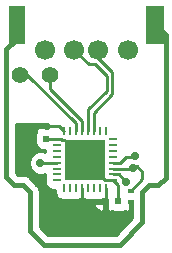
<source format=gbl>
G04 #@! TF.GenerationSoftware,KiCad,Pcbnew,(5.0.2)-1*
G04 #@! TF.CreationDate,2019-04-16T13:26:55-07:00*
G04 #@! TF.ProjectId,signet-pcb,7369676e-6574-42d7-9063-622e6b696361,rev?*
G04 #@! TF.SameCoordinates,Original*
G04 #@! TF.FileFunction,Copper,L2,Bot*
G04 #@! TF.FilePolarity,Positive*
%FSLAX46Y46*%
G04 Gerber Fmt 4.6, Leading zero omitted, Abs format (unit mm)*
G04 Created by KiCad (PCBNEW (5.0.2)-1) date 4/16/2019 1:26:55 PM*
%MOMM*%
%LPD*%
G01*
G04 APERTURE LIST*
G04 #@! TA.AperFunction,SMDPad,CuDef*
%ADD10R,0.500000X0.600000*%
G04 #@! TD*
G04 #@! TA.AperFunction,SMDPad,CuDef*
%ADD11R,0.250000X0.700000*%
G04 #@! TD*
G04 #@! TA.AperFunction,SMDPad,CuDef*
%ADD12R,0.700000X0.250000*%
G04 #@! TD*
G04 #@! TA.AperFunction,SMDPad,CuDef*
%ADD13R,1.725000X1.725000*%
G04 #@! TD*
G04 #@! TA.AperFunction,SMDPad,CuDef*
%ADD14R,0.600000X0.500000*%
G04 #@! TD*
G04 #@! TA.AperFunction,SMDPad,CuDef*
%ADD15R,0.600000X0.400000*%
G04 #@! TD*
G04 #@! TA.AperFunction,ComponentPad*
%ADD16R,1.500000X3.200000*%
G04 #@! TD*
G04 #@! TA.AperFunction,ComponentPad*
%ADD17C,1.700000*%
G04 #@! TD*
G04 #@! TA.AperFunction,ComponentPad*
%ADD18R,1.450000X3.200000*%
G04 #@! TD*
G04 #@! TA.AperFunction,ComponentPad*
%ADD19C,1.400000*%
G04 #@! TD*
G04 #@! TA.AperFunction,ViaPad*
%ADD20C,0.700000*%
G04 #@! TD*
G04 #@! TA.AperFunction,Conductor*
%ADD21C,0.400000*%
G04 #@! TD*
G04 #@! TA.AperFunction,Conductor*
%ADD22C,0.250000*%
G04 #@! TD*
G04 #@! TA.AperFunction,Conductor*
%ADD23C,0.300000*%
G04 #@! TD*
G04 #@! TA.AperFunction,Conductor*
%ADD24C,0.254000*%
G04 #@! TD*
G04 APERTURE END LIST*
D10*
G04 #@! TO.P,C5,1*
G04 #@! TO.N,VDD*
X106602860Y-90460200D03*
G04 #@! TO.P,C5,2*
G04 #@! TO.N,GND*
X106602860Y-91560200D03*
G04 #@! TD*
D11*
G04 #@! TO.P,U1,1*
G04 #@! TO.N,VDD*
X111650000Y-95720000D03*
G04 #@! TO.P,U1,2*
G04 #@! TO.N,N/C*
X111150000Y-95720000D03*
G04 #@! TO.P,U1,3*
X110650000Y-95720000D03*
G04 #@! TO.P,U1,4*
X110150000Y-95720000D03*
G04 #@! TO.P,U1,5*
G04 #@! TO.N,VDD*
X109650000Y-95720000D03*
G04 #@! TO.P,U1,6*
G04 #@! TO.N,N/C*
X109150000Y-95720000D03*
G04 #@! TO.P,U1,7*
X108650000Y-95720000D03*
G04 #@! TO.P,U1,8*
X108150000Y-95720000D03*
D12*
G04 #@! TO.P,U1,9*
X107500000Y-95070000D03*
G04 #@! TO.P,U1,10*
X107500000Y-94570000D03*
G04 #@! TO.P,U1,11*
X107500000Y-94070000D03*
G04 #@! TO.P,U1,12*
G04 #@! TO.N,/STATUS1*
X107500000Y-93570000D03*
G04 #@! TO.P,U1,13*
G04 #@! TO.N,N/C*
X107500000Y-93070000D03*
G04 #@! TO.P,U1,14*
X107500000Y-92570000D03*
G04 #@! TO.P,U1,15*
X107500000Y-92070000D03*
G04 #@! TO.P,U1,16*
G04 #@! TO.N,GND*
X107500000Y-91570000D03*
D11*
G04 #@! TO.P,U1,17*
G04 #@! TO.N,VDD*
X108150000Y-90920000D03*
G04 #@! TO.P,U1,18*
G04 #@! TO.N,N/C*
X108650000Y-90920000D03*
G04 #@! TO.P,U1,19*
G04 #@! TO.N,/UART_TX*
X109150000Y-90920000D03*
G04 #@! TO.P,U1,20*
G04 #@! TO.N,/UART_RX*
X109650000Y-90920000D03*
G04 #@! TO.P,U1,21*
G04 #@! TO.N,/USB_DM*
X110150000Y-90920000D03*
G04 #@! TO.P,U1,22*
G04 #@! TO.N,/USB_DP*
X110650000Y-90920000D03*
G04 #@! TO.P,U1,23*
G04 #@! TO.N,N/C*
X111150000Y-90920000D03*
G04 #@! TO.P,U1,24*
X111650000Y-90920000D03*
D12*
G04 #@! TO.P,U1,25*
X112300000Y-91570000D03*
G04 #@! TO.P,U1,26*
X112300000Y-92070000D03*
G04 #@! TO.P,U1,27*
X112300000Y-92570000D03*
G04 #@! TO.P,U1,28*
X112300000Y-93070000D03*
G04 #@! TO.P,U1,29*
G04 #@! TO.N,/STATUS2*
X112300000Y-93570000D03*
G04 #@! TO.P,U1,30*
G04 #@! TO.N,/ACTIVATE*
X112300000Y-94070000D03*
G04 #@! TO.P,U1,31*
G04 #@! TO.N,/BOOT*
X112300000Y-94570000D03*
G04 #@! TO.P,U1,32*
G04 #@! TO.N,GND*
X112300000Y-95070000D03*
D13*
G04 #@! TO.P,U1,33*
X109037500Y-92457500D03*
X110762500Y-92457500D03*
X109037500Y-94182500D03*
X110762500Y-94182500D03*
G04 #@! TD*
D14*
G04 #@! TO.P,C6,1*
G04 #@! TO.N,VDD*
X111617520Y-96826320D03*
G04 #@! TO.P,C6,2*
G04 #@! TO.N,GND*
X112717520Y-96826320D03*
G04 #@! TD*
D15*
G04 #@! TO.P,R1,1*
G04 #@! TO.N,VDD*
X113807520Y-96886320D03*
G04 #@! TO.P,R1,2*
G04 #@! TO.N,/ACTIVATE*
X113807520Y-95986320D03*
G04 #@! TD*
D16*
G04 #@! TO.P,USB1,5*
G04 #@! TO.N,GND*
X115850000Y-81900000D03*
D17*
G04 #@! TO.P,USB1,1*
G04 #@! TO.N,+5V*
X106500000Y-84030000D03*
G04 #@! TO.P,USB1,2*
G04 #@! TO.N,/USB_DM*
X109000000Y-84030000D03*
G04 #@! TO.P,USB1,3*
G04 #@! TO.N,/USB_DP*
X111000000Y-84030000D03*
G04 #@! TO.P,USB1,4*
G04 #@! TO.N,GND*
X113500000Y-84030000D03*
D18*
G04 #@! TO.P,USB1,5*
X104150000Y-81900000D03*
G04 #@! TD*
D19*
G04 #@! TO.P,P2,1*
G04 #@! TO.N,/UART_RX*
X106897520Y-86106320D03*
G04 #@! TO.P,P2,2*
G04 #@! TO.N,/UART_TX*
X104357520Y-86106320D03*
G04 #@! TD*
D20*
G04 #@! TO.N,GND*
X110517520Y-94176320D03*
X109357520Y-92476320D03*
G04 #@! TO.N,VDD*
X109997520Y-99146320D03*
X104617520Y-93556320D03*
G04 #@! TO.N,/BOOT*
X113387520Y-95186320D03*
G04 #@! TO.N,/ACTIVATE*
X113987520Y-93996320D03*
G04 #@! TO.N,/STATUS1*
X106127520Y-93596320D03*
G04 #@! TO.N,/STATUS2*
X114147520Y-93036320D03*
G04 #@! TD*
D21*
G04 #@! TO.N,GND*
X114737520Y-96106320D02*
X114737520Y-96056320D01*
X116727520Y-94856320D02*
X116727520Y-82777520D01*
X116727520Y-82777520D02*
X115850000Y-81900000D01*
X116087520Y-95496320D02*
X116727520Y-94856320D01*
X115297520Y-95496320D02*
X116087520Y-95496320D01*
X114737520Y-96056320D02*
X115297520Y-95496320D01*
X105247520Y-96246320D02*
X105247520Y-96066320D01*
X114737520Y-98626320D02*
X114737520Y-96106320D01*
X114737520Y-96106320D02*
X114737520Y-96096320D01*
X112857520Y-100506320D02*
X114737520Y-98626320D01*
X106427520Y-100506320D02*
X112857520Y-100506320D01*
X105247520Y-99326320D02*
X106427520Y-100506320D01*
X105247520Y-96246320D02*
X105247520Y-99326320D01*
X103247520Y-83986320D02*
X103247520Y-94786320D01*
X103247520Y-83986320D02*
X104150000Y-83083840D01*
X103887520Y-95426320D02*
X103247520Y-94786320D01*
X104607520Y-95426320D02*
X103887520Y-95426320D01*
X105247520Y-96066320D02*
X104607520Y-95426320D01*
D22*
X109037500Y-92457500D02*
X110762500Y-92457500D01*
X110762500Y-94182500D02*
X109037500Y-94182500D01*
X110517520Y-94176320D02*
X110523700Y-94182500D01*
X110523700Y-94182500D02*
X110762500Y-94182500D01*
X109357520Y-92476320D02*
X109338700Y-92457500D01*
X109338700Y-92457500D02*
X109037500Y-92457500D01*
D21*
X104150000Y-81900000D02*
X104150000Y-83083840D01*
D22*
X112717520Y-96826320D02*
X112717520Y-95487520D01*
X112717520Y-95487520D02*
X112300000Y-95070000D01*
X106602860Y-91560200D02*
X107001400Y-91560200D01*
X107011200Y-91570000D02*
X107500000Y-91570000D01*
X107001400Y-91560200D02*
X107011200Y-91570000D01*
X106598980Y-91556320D02*
X106602860Y-91560200D01*
X107500000Y-91575000D02*
X107868700Y-91575000D01*
X107908420Y-91614720D02*
X108189720Y-91614720D01*
X107868700Y-91575000D02*
X107908420Y-91614720D01*
X112300000Y-95075000D02*
X111988460Y-95075000D01*
X111988460Y-95075000D02*
X111957180Y-95043720D01*
X111957180Y-95043720D02*
X111618720Y-95043720D01*
X111618720Y-95043720D02*
X110762500Y-94187500D01*
X106602860Y-91560200D02*
X106617660Y-91575000D01*
X110666860Y-92427520D02*
X110701840Y-92462500D01*
X110701840Y-92462500D02*
X110762500Y-92462500D01*
X110762500Y-94187500D02*
X110762500Y-92462500D01*
X110758880Y-92462500D02*
X110762500Y-92462500D01*
X110755760Y-92465620D02*
X110758880Y-92462500D01*
G04 #@! TO.N,VDD*
X111617520Y-96826320D02*
X111617520Y-96646320D01*
X111617520Y-96646320D02*
X111650000Y-96613840D01*
X111650000Y-96613840D02*
X111650000Y-95720000D01*
X106602860Y-90460200D02*
X107690200Y-90460200D01*
X107690200Y-90460200D02*
X108150000Y-90920000D01*
X109621740Y-96824260D02*
X109650000Y-96796000D01*
X109650000Y-96796000D02*
X109650000Y-95725000D01*
X109650860Y-95725860D02*
X109650000Y-95725000D01*
G04 #@! TO.N,/USB_DP*
X111000000Y-84698800D02*
X112177520Y-85876320D01*
X112177520Y-85876320D02*
X112177520Y-87796320D01*
X111000000Y-84030000D02*
X111000000Y-84698800D01*
X111000000Y-84030000D02*
X111000000Y-84428800D01*
D23*
X111000000Y-84030000D02*
X111000000Y-84093840D01*
X111000000Y-84030000D02*
X111000000Y-84303840D01*
D22*
X111000000Y-84030000D02*
X111000000Y-84143840D01*
X111000000Y-84030000D02*
X111000000Y-84113840D01*
X110650000Y-89323840D02*
X110650000Y-90920000D01*
X112177520Y-87796320D02*
X110650000Y-89323840D01*
G04 #@! TO.N,/USB_DM*
X109000000Y-84030000D02*
X110206320Y-85236320D01*
X110206320Y-85236320D02*
X110757520Y-85236320D01*
X110757520Y-85236320D02*
X111727518Y-86206318D01*
X111727518Y-86206318D02*
X111727518Y-87466322D01*
X111727518Y-87466322D02*
X110150000Y-89043840D01*
X110150000Y-89043840D02*
X110150000Y-90920000D01*
X109000000Y-84030000D02*
X109000000Y-84313840D01*
G04 #@! TO.N,/BOOT*
X112771200Y-94570000D02*
X112300000Y-94570000D01*
X113387520Y-95186320D02*
X112771200Y-94570000D01*
G04 #@! TO.N,/ACTIVATE*
X112300000Y-94070000D02*
X114073840Y-94070000D01*
X114073840Y-94070000D02*
X114267520Y-93876320D01*
X113807520Y-95986320D02*
X113807520Y-95936320D01*
X113807520Y-95936320D02*
X114757520Y-94986320D01*
X114757520Y-94986320D02*
X114757520Y-94366320D01*
X114757520Y-94366320D02*
X114267520Y-93876320D01*
G04 #@! TO.N,/STATUS1*
X106153840Y-93570000D02*
X107500000Y-93570000D01*
X106127520Y-93596320D02*
X106153840Y-93570000D01*
G04 #@! TO.N,/STATUS2*
X112873840Y-93570000D02*
X112300000Y-93570000D01*
X113327520Y-93116320D02*
X112873840Y-93570000D01*
X114067520Y-93116320D02*
X113327520Y-93116320D01*
X114147520Y-93036320D02*
X114067520Y-93116320D01*
G04 #@! TO.N,/UART_TX*
X109150000Y-90920000D02*
X109150000Y-90238800D01*
X109150000Y-90238800D02*
X105017520Y-86106320D01*
X105017520Y-86106320D02*
X104357520Y-86106320D01*
G04 #@! TO.N,/UART_RX*
X109650000Y-90920000D02*
X109650000Y-90078800D01*
X106897520Y-87326320D02*
X106897520Y-86106320D01*
X109650000Y-90078800D02*
X106897520Y-87326320D01*
X109650000Y-90920000D02*
X109644321Y-90914321D01*
G04 #@! TD*
D24*
G04 #@! TO.N,VDD*
G36*
X105876610Y-90333200D02*
X106477860Y-90333200D01*
X106477860Y-90313200D01*
X106727860Y-90313200D01*
X106727860Y-90333200D01*
X106749860Y-90333200D01*
X106749860Y-90587200D01*
X106727860Y-90587200D01*
X106727860Y-90607200D01*
X106477860Y-90607200D01*
X106477860Y-90587200D01*
X105876610Y-90587200D01*
X105717860Y-90745950D01*
X105717860Y-90886509D01*
X105764159Y-90998284D01*
X105754703Y-91012435D01*
X105705420Y-91260200D01*
X105705420Y-91860200D01*
X105754703Y-92107965D01*
X105895051Y-92318009D01*
X106105095Y-92458357D01*
X106352860Y-92507640D01*
X106502560Y-92507640D01*
X106502560Y-92685511D01*
X106323449Y-92611320D01*
X105931591Y-92611320D01*
X105569562Y-92761278D01*
X105292478Y-93038362D01*
X105142520Y-93400391D01*
X105142520Y-93792249D01*
X105292478Y-94154278D01*
X105569562Y-94431362D01*
X105931591Y-94581320D01*
X106323449Y-94581320D01*
X106502560Y-94507129D01*
X106502560Y-94695000D01*
X106527424Y-94820000D01*
X106502560Y-94945000D01*
X106502560Y-95195000D01*
X106551843Y-95442765D01*
X106692191Y-95652809D01*
X106902235Y-95793157D01*
X107150000Y-95842440D01*
X107377560Y-95842440D01*
X107377560Y-96070000D01*
X107426843Y-96317765D01*
X107567191Y-96527809D01*
X107777235Y-96668157D01*
X108025000Y-96717440D01*
X108275000Y-96717440D01*
X108400000Y-96692576D01*
X108525000Y-96717440D01*
X108775000Y-96717440D01*
X108900000Y-96692576D01*
X109025000Y-96717440D01*
X109275000Y-96717440D01*
X109378852Y-96696783D01*
X109398690Y-96705000D01*
X109428750Y-96705000D01*
X109451397Y-96682353D01*
X109522765Y-96668157D01*
X109650000Y-96583141D01*
X109777235Y-96668157D01*
X109848603Y-96682353D01*
X109871250Y-96705000D01*
X109901310Y-96705000D01*
X109921148Y-96696783D01*
X110025000Y-96717440D01*
X110275000Y-96717440D01*
X110400000Y-96692576D01*
X110525000Y-96717440D01*
X110775000Y-96717440D01*
X110856042Y-96701320D01*
X110943958Y-96701320D01*
X111025000Y-96717440D01*
X111275000Y-96717440D01*
X111356042Y-96701320D01*
X111389806Y-96701320D01*
X111398690Y-96705000D01*
X111428750Y-96705000D01*
X111432430Y-96701320D01*
X111490520Y-96701320D01*
X111490520Y-96679320D01*
X111744520Y-96679320D01*
X111744520Y-96701320D01*
X111764520Y-96701320D01*
X111764520Y-96951320D01*
X111744520Y-96951320D01*
X111744520Y-97552570D01*
X111903270Y-97711320D01*
X112043829Y-97711320D01*
X112155604Y-97665021D01*
X112169755Y-97674477D01*
X112417520Y-97723760D01*
X113017520Y-97723760D01*
X113265285Y-97674477D01*
X113266370Y-97673752D01*
X113381210Y-97721320D01*
X113521770Y-97721320D01*
X113680520Y-97562570D01*
X113680520Y-96986320D01*
X113664960Y-96986320D01*
X113664960Y-96833760D01*
X113902521Y-96833760D01*
X113902520Y-98280451D01*
X112511653Y-99671320D01*
X106773388Y-99671320D01*
X106082520Y-98980453D01*
X106082520Y-97110070D01*
X110682520Y-97110070D01*
X110682520Y-97202630D01*
X110779193Y-97436019D01*
X110957822Y-97614647D01*
X111191211Y-97711320D01*
X111331770Y-97711320D01*
X111490520Y-97552570D01*
X111490520Y-96951320D01*
X110841270Y-96951320D01*
X110682520Y-97110070D01*
X106082520Y-97110070D01*
X106082520Y-96148557D01*
X106098878Y-96066320D01*
X106034072Y-95740520D01*
X106012128Y-95707678D01*
X105849521Y-95464319D01*
X105779802Y-95417734D01*
X105256107Y-94894040D01*
X105209521Y-94824319D01*
X104933321Y-94639768D01*
X104689757Y-94591320D01*
X104689753Y-94591320D01*
X104607520Y-94574963D01*
X104525287Y-94591320D01*
X104233388Y-94591320D01*
X104082520Y-94440453D01*
X104082520Y-90278747D01*
X105802332Y-90258922D01*
X105876610Y-90333200D01*
X105876610Y-90333200D01*
G37*
X105876610Y-90333200D02*
X106477860Y-90333200D01*
X106477860Y-90313200D01*
X106727860Y-90313200D01*
X106727860Y-90333200D01*
X106749860Y-90333200D01*
X106749860Y-90587200D01*
X106727860Y-90587200D01*
X106727860Y-90607200D01*
X106477860Y-90607200D01*
X106477860Y-90587200D01*
X105876610Y-90587200D01*
X105717860Y-90745950D01*
X105717860Y-90886509D01*
X105764159Y-90998284D01*
X105754703Y-91012435D01*
X105705420Y-91260200D01*
X105705420Y-91860200D01*
X105754703Y-92107965D01*
X105895051Y-92318009D01*
X106105095Y-92458357D01*
X106352860Y-92507640D01*
X106502560Y-92507640D01*
X106502560Y-92685511D01*
X106323449Y-92611320D01*
X105931591Y-92611320D01*
X105569562Y-92761278D01*
X105292478Y-93038362D01*
X105142520Y-93400391D01*
X105142520Y-93792249D01*
X105292478Y-94154278D01*
X105569562Y-94431362D01*
X105931591Y-94581320D01*
X106323449Y-94581320D01*
X106502560Y-94507129D01*
X106502560Y-94695000D01*
X106527424Y-94820000D01*
X106502560Y-94945000D01*
X106502560Y-95195000D01*
X106551843Y-95442765D01*
X106692191Y-95652809D01*
X106902235Y-95793157D01*
X107150000Y-95842440D01*
X107377560Y-95842440D01*
X107377560Y-96070000D01*
X107426843Y-96317765D01*
X107567191Y-96527809D01*
X107777235Y-96668157D01*
X108025000Y-96717440D01*
X108275000Y-96717440D01*
X108400000Y-96692576D01*
X108525000Y-96717440D01*
X108775000Y-96717440D01*
X108900000Y-96692576D01*
X109025000Y-96717440D01*
X109275000Y-96717440D01*
X109378852Y-96696783D01*
X109398690Y-96705000D01*
X109428750Y-96705000D01*
X109451397Y-96682353D01*
X109522765Y-96668157D01*
X109650000Y-96583141D01*
X109777235Y-96668157D01*
X109848603Y-96682353D01*
X109871250Y-96705000D01*
X109901310Y-96705000D01*
X109921148Y-96696783D01*
X110025000Y-96717440D01*
X110275000Y-96717440D01*
X110400000Y-96692576D01*
X110525000Y-96717440D01*
X110775000Y-96717440D01*
X110856042Y-96701320D01*
X110943958Y-96701320D01*
X111025000Y-96717440D01*
X111275000Y-96717440D01*
X111356042Y-96701320D01*
X111389806Y-96701320D01*
X111398690Y-96705000D01*
X111428750Y-96705000D01*
X111432430Y-96701320D01*
X111490520Y-96701320D01*
X111490520Y-96679320D01*
X111744520Y-96679320D01*
X111744520Y-96701320D01*
X111764520Y-96701320D01*
X111764520Y-96951320D01*
X111744520Y-96951320D01*
X111744520Y-97552570D01*
X111903270Y-97711320D01*
X112043829Y-97711320D01*
X112155604Y-97665021D01*
X112169755Y-97674477D01*
X112417520Y-97723760D01*
X113017520Y-97723760D01*
X113265285Y-97674477D01*
X113266370Y-97673752D01*
X113381210Y-97721320D01*
X113521770Y-97721320D01*
X113680520Y-97562570D01*
X113680520Y-96986320D01*
X113664960Y-96986320D01*
X113664960Y-96833760D01*
X113902521Y-96833760D01*
X113902520Y-98280451D01*
X112511653Y-99671320D01*
X106773388Y-99671320D01*
X106082520Y-98980453D01*
X106082520Y-97110070D01*
X110682520Y-97110070D01*
X110682520Y-97202630D01*
X110779193Y-97436019D01*
X110957822Y-97614647D01*
X111191211Y-97711320D01*
X111331770Y-97711320D01*
X111490520Y-97552570D01*
X111490520Y-96951320D01*
X110841270Y-96951320D01*
X110682520Y-97110070D01*
X106082520Y-97110070D01*
X106082520Y-96148557D01*
X106098878Y-96066320D01*
X106034072Y-95740520D01*
X106012128Y-95707678D01*
X105849521Y-95464319D01*
X105779802Y-95417734D01*
X105256107Y-94894040D01*
X105209521Y-94824319D01*
X104933321Y-94639768D01*
X104689757Y-94591320D01*
X104689753Y-94591320D01*
X104607520Y-94574963D01*
X104525287Y-94591320D01*
X104233388Y-94591320D01*
X104082520Y-94440453D01*
X104082520Y-90278747D01*
X105802332Y-90258922D01*
X105876610Y-90333200D01*
G04 #@! TD*
M02*

</source>
